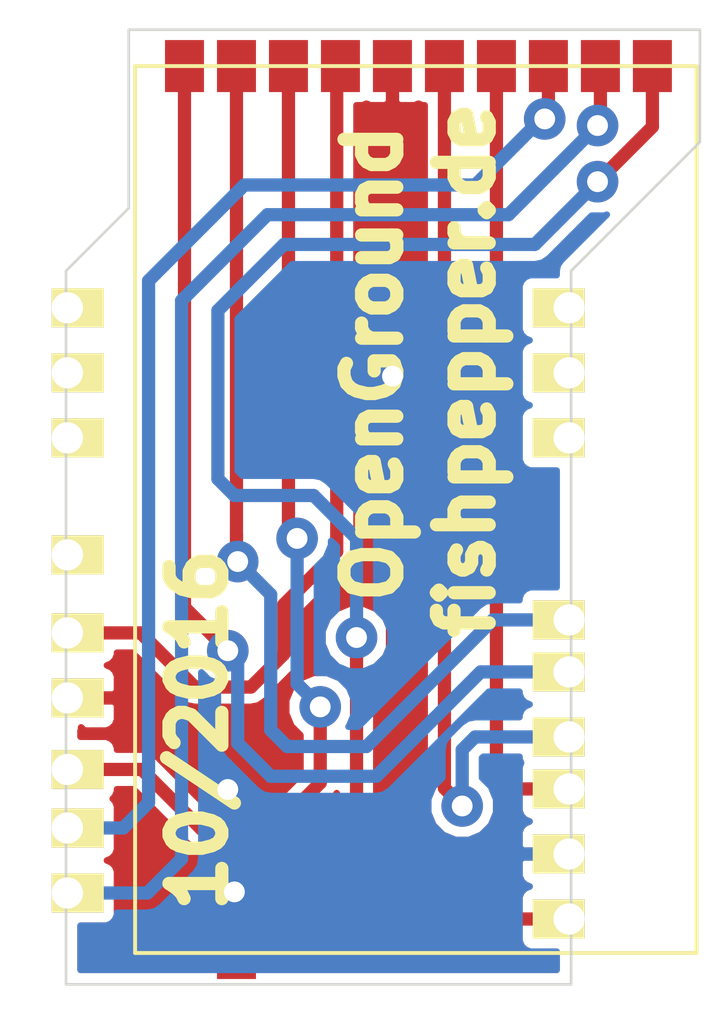
<source format=kicad_pcb>
(kicad_pcb (version 3) (host pcbnew "(2013-jul-07)-stable")

  (general
    (links 12)
    (no_connects 0)
    (area 85.598 41.656 113.96738 81.9312)
    (thickness 1.6)
    (drawings 12)
    (tracks 108)
    (zones 0)
    (modules 2)
    (nets 11)
  )

  (page A3)
  (layers
    (15 F.Cu signal)
    (0 B.Cu signal)
    (16 B.Adhes user)
    (17 F.Adhes user)
    (18 B.Paste user)
    (19 F.Paste user)
    (20 B.SilkS user)
    (21 F.SilkS user)
    (22 B.Mask user)
    (23 F.Mask user)
    (24 Dwgs.User user)
    (25 Cmts.User user)
    (26 Eco1.User user)
    (27 Eco2.User user)
    (28 Edge.Cuts user)
  )

  (setup
    (last_trace_width 0.508)
    (trace_clearance 0.254)
    (zone_clearance 0.381)
    (zone_45_only no)
    (trace_min 0.254)
    (segment_width 0.2)
    (edge_width 0.1)
    (via_size 1.6)
    (via_drill 0.8)
    (via_min_size 0.889)
    (via_min_drill 0.508)
    (uvia_size 0.508)
    (uvia_drill 0.127)
    (uvias_allowed no)
    (uvia_min_size 0.508)
    (uvia_min_drill 0.127)
    (pcb_text_width 0.3)
    (pcb_text_size 1.5 1.5)
    (mod_edge_width 0.15)
    (mod_text_size 1 1)
    (mod_text_width 0.15)
    (pad_size 2 1.5)
    (pad_drill 0)
    (pad_to_mask_clearance 0)
    (aux_axis_origin 0 0)
    (visible_elements FFFFFFBF)
    (pcbplotparams
      (layerselection 284196865)
      (usegerberextensions true)
      (excludeedgelayer true)
      (linewidth 0.150000)
      (plotframeref false)
      (viasonmask false)
      (mode 1)
      (useauxorigin false)
      (hpglpennumber 1)
      (hpglpenspeed 20)
      (hpglpendiameter 15)
      (hpglpenoverlay 2)
      (psnegative false)
      (psa4output false)
      (plotreference true)
      (plotvalue true)
      (plotothertext true)
      (plotinvisibletext false)
      (padsonsilk false)
      (subtractmaskfromsilk false)
      (outputformat 1)
      (mirror false)
      (drillshape 0)
      (scaleselection 1)
      (outputdirectory gerber/))
  )

  (net 0 "")
  (net 1 GND)
  (net 2 N-000001)
  (net 3 N-0000013)
  (net 4 N-0000017)
  (net 5 N-000002)
  (net 6 N-000003)
  (net 7 N-000004)
  (net 8 N-000005)
  (net 9 N-000007)
  (net 10 N-000008)

  (net_class Default "This is the default net class."
    (clearance 0.254)
    (trace_width 0.508)
    (via_dia 1.6)
    (via_drill 0.8)
    (uvia_dia 0.508)
    (uvia_drill 0.127)
    (add_net "")
    (add_net GND)
    (add_net N-000001)
    (add_net N-0000013)
    (add_net N-0000017)
    (add_net N-000002)
    (add_net N-000003)
    (add_net N-000004)
    (add_net N-000005)
    (add_net N-000007)
    (add_net N-000008)
  )

  (module FS-i6s_footprint (layer F.Cu) (tedit 57F4DC83) (tstamp 57F4E5C4)
    (at 97.8408 65.9892)
    (path /57F4E071)
    (fp_text reference U1 (at 0.762 15.113) (layer F.SilkS) hide
      (effects (font (size 1 1) (thickness 0.15)))
    )
    (fp_text value FS-I6S_FOOTPRINT (at -0.127 -14.859) (layer F.SilkS) hide
      (effects (font (size 1 1) (thickness 0.15)))
    )
    (fp_line (start -9.65 -13.5) (end -9.65 13.5) (layer Dwgs.User) (width 0.15))
    (fp_line (start 9.65 -13.5) (end 9.65 13.5) (layer Dwgs.User) (width 0.15))
    (fp_line (start -9.65 -13.5) (end 9.65 -13.5) (layer Dwgs.User) (width 0.15))
    (fp_line (start -9.65 13.5) (end 9.65 13.5) (layer Dwgs.User) (width 0.15))
    (pad 1 thru_hole rect (at -9.65 10) (size 2 1.5) (drill 1.2 (offset 0.4 0))
      (layers *.Cu *.Mask F.SilkS)
      (net 4 N-0000017)
    )
    (pad 2 thru_hole rect (at -9.65 7.5) (size 2 1.5) (drill 1.2 (offset 0.4 0))
      (layers *.Cu *.Mask F.SilkS)
      (net 8 N-000005)
    )
    (pad 3 thru_hole rect (at -9.65 5.25) (size 2 1.5) (drill 1.2 (offset 0.4 0))
      (layers *.Cu *.Mask F.SilkS)
      (net 2 N-000001)
    )
    (pad 4 thru_hole rect (at -9.65 2.5) (size 2 1.5) (drill 1.2 (offset 0.4 0))
      (layers *.Cu *.Mask F.SilkS)
      (net 1 GND)
    )
    (pad 5 thru_hole rect (at -9.65 0) (size 2 1.5) (drill 1.2 (offset 0.4 0))
      (layers *.Cu *.Mask F.SilkS)
      (net 5 N-000002)
    )
    (pad 6 thru_hole rect (at -9.65 -3) (size 2 1.5) (drill 1.2 (offset 0.4 0))
      (layers *.Cu *.Mask F.SilkS)
    )
    (pad 8 thru_hole rect (at -9.65 -10) (size 2 1.5) (drill 1.2 (offset 0.4 0))
      (layers *.Cu *.Mask F.SilkS)
    )
    (pad 9 thru_hole rect (at -9.65 -12.5) (size 2 1.5) (drill 1.2 (offset 0.4 0))
      (layers *.Cu *.Mask F.SilkS)
    )
    (pad 7 thru_hole rect (at -9.65 -7.5) (size 2 1.5) (drill 1.2 (offset 0.4 0))
      (layers *.Cu *.Mask F.SilkS)
    )
    (pad 10 thru_hole rect (at 9.65 -12.5 180) (size 2 1.5) (drill 1.2 (offset 0.4 0))
      (layers *.Cu *.Mask F.SilkS)
    )
    (pad 11 thru_hole rect (at 9.65 -10 180) (size 2 1.5) (drill 1.2 (offset 0.4 0))
      (layers *.Cu *.Mask F.SilkS)
    )
    (pad 12 thru_hole rect (at 9.65 -7.5 180) (size 2 1.5) (drill 1.2 (offset 0.4 0))
      (layers *.Cu *.Mask F.SilkS)
    )
    (pad 13 thru_hole rect (at 9.65 -0.5 180) (size 2 1.5) (drill 1.2 (offset 0.4 0))
      (layers *.Cu *.Mask F.SilkS)
      (net 10 N-000008)
    )
    (pad 14 thru_hole rect (at 9.65 1.5 180) (size 2 1.5) (drill 1.2 (offset 0.4 0))
      (layers *.Cu *.Mask F.SilkS)
      (net 9 N-000007)
    )
    (pad 15 thru_hole rect (at 9.65 4 180) (size 2 1.5) (drill 1.2 (offset 0.4 0))
      (layers *.Cu *.Mask F.SilkS)
      (net 6 N-000003)
    )
    (pad 16 thru_hole rect (at 9.65 6 180) (size 2 1.5) (drill 1.2 (offset 0.4 0))
      (layers *.Cu *.Mask F.SilkS)
      (net 7 N-000004)
    )
    (pad 17 thru_hole rect (at 9.65 8.5 180) (size 2 1.5) (drill 1.2 (offset 0.4 0))
      (layers *.Cu *.Mask F.SilkS)
      (net 1 GND)
    )
    (pad 18 thru_hole rect (at 9.65 11 180) (size 2 1.5) (drill 1.2 (offset 0.4 0))
      (layers *.Cu *.Mask F.SilkS)
      (net 3 N-0000013)
    )
  )

  (module CC2500_footprint (layer F.Cu) (tedit 57F4E8DD) (tstamp 57F4EE84)
    (at 112.395 44.196 180)
    (path /57F4E080)
    (fp_text reference U2 (at 10.668 -36.322 180) (layer F.SilkS) hide
      (effects (font (size 1 1) (thickness 0.15)))
    )
    (fp_text value CC2500_FOOTPRINT (at 10.922 -32.512 180) (layer F.SilkS) hide
      (effects (font (size 1 1) (thickness 0.15)))
    )
    (fp_line (start 0 0) (end 21.6 0) (layer F.SilkS) (width 0.15))
    (fp_line (start 21.6 0) (end 21.6 -34.1) (layer F.SilkS) (width 0.15))
    (fp_line (start 0 -34.1) (end 21.6 -34.1) (layer F.SilkS) (width 0.15))
    (fp_line (start 0 0) (end 0 -34.1) (layer F.SilkS) (width 0.15))
    (pad 1 smd rect (at 1.7 0 270) (size 2 1.5)
      (layers F.Cu F.Paste F.Mask)
      (net 3 N-0000013)
    )
    (pad 2 smd rect (at 3.7 0 270) (size 2 1.5)
      (layers F.Cu F.Paste F.Mask)
      (net 4 N-0000017)
    )
    (pad 3 smd rect (at 5.7 0 270) (size 2 1.5)
      (layers F.Cu F.Paste F.Mask)
      (net 8 N-000005)
    )
    (pad 4 smd rect (at 7.7 0 270) (size 2 1.5)
      (layers F.Cu F.Paste F.Mask)
      (net 7 N-000004)
    )
    (pad 5 smd rect (at 9.7 0 270) (size 2 1.5)
      (layers F.Cu F.Paste F.Mask)
      (net 6 N-000003)
    )
    (pad 6 smd rect (at 11.7 0 270) (size 2 1.5)
      (layers F.Cu F.Paste F.Mask)
      (net 1 GND)
    )
    (pad 7 smd rect (at 13.7 0 270) (size 2 1.5)
      (layers F.Cu F.Paste F.Mask)
      (net 5 N-000002)
    )
    (pad 8 smd rect (at 15.7 0 270) (size 2 1.5)
      (layers F.Cu F.Paste F.Mask)
      (net 2 N-000001)
    )
    (pad 9 smd rect (at 17.7 0 270) (size 2 1.5)
      (layers F.Cu F.Paste F.Mask)
      (net 10 N-000008)
    )
    (pad 10 smd rect (at 19.7 0 270) (size 2 1.5)
      (layers F.Cu F.Paste F.Mask)
      (net 9 N-000007)
    )
    (pad 11 smd rect (at 17.7 -34.1 270) (size 2 1.5)
      (layers F.Cu F.Paste F.Mask)
      (net 1 GND)
    )
  )

  (gr_text 10/2016 (at 93.218 69.723 90) (layer F.SilkS)
    (effects (font (size 2.032 2.032) (thickness 0.508)))
  )
  (gr_text fishpepper.de (at 103.505 55.88 90) (layer F.SilkS)
    (effects (font (size 2.032 2.032) (thickness 0.508)))
  )
  (gr_line (start 90.551 49.657) (end 90.551 42.799) (angle 90) (layer Edge.Cuts) (width 0.1))
  (gr_line (start 88.138 52.07) (end 90.551 49.657) (angle 90) (layer Edge.Cuts) (width 0.1))
  (gr_line (start 88.138 79.502) (end 88.138 52.07) (angle 90) (layer Edge.Cuts) (width 0.1))
  (gr_line (start 107.569 79.502) (end 88.138 79.502) (angle 90) (layer Edge.Cuts) (width 0.1))
  (gr_line (start 107.569 78.74) (end 107.569 79.502) (angle 90) (layer Edge.Cuts) (width 0.1))
  (gr_line (start 107.569 52.07) (end 107.569 78.74) (angle 90) (layer Edge.Cuts) (width 0.1))
  (gr_line (start 112.522 47.117) (end 107.569 52.07) (angle 90) (layer Edge.Cuts) (width 0.1))
  (gr_line (start 112.522 42.799) (end 112.522 47.117) (angle 90) (layer Edge.Cuts) (width 0.1))
  (gr_line (start 90.551 42.799) (end 112.522 42.799) (angle 90) (layer Edge.Cuts) (width 0.1))
  (gr_text OpenGround (at 99.949 55.626 90) (layer F.SilkS)
    (effects (font (size 2.032 2.032) (thickness 0.508)))
  )

  (segment (start 100.695 54.61) (end 100.695 56.118) (width 0.508) (layer F.Cu) (net 1))
  (segment (start 100.711 56.261) (end 100.584 56.388) (width 0.508) (layer B.Cu) (net 1) (tstamp 57F4EF14))
  (segment (start 100.711 56.134) (end 100.711 56.261) (width 0.508) (layer B.Cu) (net 1) (tstamp 57F4EF13))
  (segment (start 100.695 56.118) (end 100.711 56.134) (width 0.508) (layer B.Cu) (net 1) (tstamp 57F4EF12))
  (via (at 100.695 56.118) (size 1.6) (layers F.Cu B.Cu) (net 1))
  (segment (start 107.4908 74.4892) (end 96.0718 74.4892) (width 0.508) (layer B.Cu) (net 1))
  (segment (start 96.0718 74.4892) (end 94.615 75.946) (width 0.508) (layer B.Cu) (net 1) (tstamp 57F4ED69))
  (segment (start 94.615 75.184) (end 94.615 75.946) (width 0.508) (layer B.Cu) (net 1))
  (segment (start 88.1908 68.4892) (end 91.0952 68.4892) (width 0.508) (layer F.Cu) (net 1))
  (segment (start 94.615 72.263) (end 94.615 75.184) (width 0.508) (layer B.Cu) (net 1) (tstamp 57F4ED4C))
  (segment (start 94.361 72.009) (end 94.615 72.263) (width 0.508) (layer B.Cu) (net 1) (tstamp 57F4ED4B))
  (via (at 94.361 72.009) (size 1.6) (layers F.Cu B.Cu) (net 1))
  (segment (start 94.361 71.755) (end 94.361 72.009) (width 0.508) (layer F.Cu) (net 1) (tstamp 57F4ED40))
  (segment (start 91.0952 68.4892) (end 94.361 71.755) (width 0.508) (layer F.Cu) (net 1) (tstamp 57F4ED3F))
  (segment (start 94.695 76.026) (end 94.695 78.296) (width 0.508) (layer F.Cu) (net 1) (tstamp 57F4ED66))
  (via (at 94.615 75.946) (size 1.6) (layers F.Cu B.Cu) (net 1))
  (segment (start 94.615 75.946) (end 94.695 76.026) (width 0.508) (layer F.Cu) (net 1) (tstamp 57F4ED65))
  (segment (start 100.695 44.196) (end 100.695 54.61) (width 0.508) (layer F.Cu) (net 1))
  (segment (start 100.695 54.61) (end 100.695 72.628) (width 0.508) (layer F.Cu) (net 1) (tstamp 57F4EF0E))
  (segment (start 102.5562 74.4892) (end 107.4908 74.4892) (width 0.508) (layer F.Cu) (net 1) (tstamp 57F4EA44))
  (segment (start 100.695 72.628) (end 102.5562 74.4892) (width 0.508) (layer F.Cu) (net 1) (tstamp 57F4EA3A))
  (segment (start 88.1908 71.2392) (end 91.0512 71.2392) (width 0.508) (layer F.Cu) (net 2))
  (segment (start 96.695 62.024) (end 96.695 44.196) (width 0.508) (layer F.Cu) (net 2) (tstamp 57F4ED5D))
  (segment (start 97.028 62.357) (end 96.695 62.024) (width 0.508) (layer F.Cu) (net 2) (tstamp 57F4ED5C))
  (via (at 97.028 62.357) (size 1.6) (layers F.Cu B.Cu) (net 2))
  (segment (start 97.028 67.945) (end 97.028 62.357) (width 0.508) (layer B.Cu) (net 2) (tstamp 57F4ED58))
  (segment (start 97.917 68.834) (end 97.028 67.945) (width 0.508) (layer B.Cu) (net 2) (tstamp 57F4ED57))
  (via (at 97.917 68.834) (size 1.6) (layers F.Cu B.Cu) (net 2))
  (segment (start 97.917 71.755) (end 97.917 68.834) (width 0.508) (layer F.Cu) (net 2) (tstamp 57F4ED54))
  (segment (start 96.139 73.533) (end 97.917 71.755) (width 0.508) (layer F.Cu) (net 2) (tstamp 57F4ED53))
  (segment (start 93.345 73.533) (end 96.139 73.533) (width 0.508) (layer F.Cu) (net 2) (tstamp 57F4ED51))
  (segment (start 91.0512 71.2392) (end 93.345 73.533) (width 0.508) (layer F.Cu) (net 2) (tstamp 57F4ED4F))
  (segment (start 110.695 44.196) (end 110.695 46.531) (width 0.508) (layer F.Cu) (net 3))
  (via (at 99.314 66.167) (size 1.6) (layers F.Cu B.Cu) (net 3))
  (segment (start 99.314 66.167) (end 99.314 73.025) (width 0.508) (layer F.Cu) (net 3) (tstamp 57F4EB6C))
  (segment (start 99.314 73.025) (end 103.2782 76.9892) (width 0.508) (layer F.Cu) (net 3) (tstamp 57F4EB6D))
  (segment (start 103.2782 76.9892) (end 107.4908 76.9892) (width 0.508) (layer F.Cu) (net 3) (tstamp 57F4EB6E))
  (segment (start 99.314 62.357) (end 99.314 66.167) (width 0.508) (layer B.Cu) (net 3) (tstamp 57F4EF09))
  (segment (start 97.663 60.706) (end 99.314 62.357) (width 0.508) (layer B.Cu) (net 3) (tstamp 57F4EF08))
  (segment (start 94.615 60.706) (end 97.663 60.706) (width 0.508) (layer B.Cu) (net 3) (tstamp 57F4EF07))
  (segment (start 93.98 60.071) (end 94.615 60.706) (width 0.508) (layer B.Cu) (net 3) (tstamp 57F4EF06))
  (segment (start 93.98 53.594) (end 93.98 60.071) (width 0.508) (layer B.Cu) (net 3) (tstamp 57F4EF01))
  (segment (start 96.52 51.054) (end 93.98 53.594) (width 0.508) (layer B.Cu) (net 3) (tstamp 57F4EF00))
  (segment (start 106.172 51.054) (end 96.52 51.054) (width 0.508) (layer B.Cu) (net 3) (tstamp 57F4EEFE))
  (segment (start 108.585 48.641) (end 106.172 51.054) (width 0.508) (layer B.Cu) (net 3) (tstamp 57F4EEFD))
  (via (at 108.585 48.641) (size 1.6) (layers F.Cu B.Cu) (net 3))
  (segment (start 110.695 46.531) (end 108.585 48.641) (width 0.508) (layer F.Cu) (net 3) (tstamp 57F4EEF6))
  (segment (start 108.695 44.196) (end 108.695 46.372) (width 0.508) (layer F.Cu) (net 4))
  (segment (start 91.2698 75.9892) (end 88.1908 75.9892) (width 0.508) (layer B.Cu) (net 4) (tstamp 57F4EDA4))
  (segment (start 92.583 74.676) (end 91.2698 75.9892) (width 0.508) (layer B.Cu) (net 4) (tstamp 57F4EDA3))
  (segment (start 92.583 53.213) (end 92.583 74.676) (width 0.508) (layer B.Cu) (net 4) (tstamp 57F4EDA0))
  (segment (start 95.885 49.911) (end 92.583 53.213) (width 0.508) (layer B.Cu) (net 4) (tstamp 57F4ED9D))
  (segment (start 105.156 49.911) (end 95.885 49.911) (width 0.508) (layer B.Cu) (net 4) (tstamp 57F4ED9B))
  (segment (start 108.585 46.482) (end 105.156 49.911) (width 0.508) (layer B.Cu) (net 4) (tstamp 57F4ED9A))
  (via (at 108.585 46.482) (size 1.6) (layers F.Cu B.Cu) (net 4))
  (segment (start 108.695 46.372) (end 108.585 46.482) (width 0.508) (layer F.Cu) (net 4) (tstamp 57F4ED98))
  (segment (start 88.1908 65.9892) (end 91.0082 65.9892) (width 0.508) (layer F.Cu) (net 5))
  (segment (start 98.552 44.339) (end 98.695 44.196) (width 0.508) (layer F.Cu) (net 5) (tstamp 57F4F000))
  (segment (start 98.552 62.865) (end 98.552 44.339) (width 0.508) (layer F.Cu) (net 5) (tstamp 57F4EFFF))
  (segment (start 96.52 64.897) (end 98.552 62.865) (width 0.508) (layer F.Cu) (net 5) (tstamp 57F4EFFE))
  (segment (start 96.52 66.802) (end 96.52 64.897) (width 0.508) (layer F.Cu) (net 5) (tstamp 57F4EFFD))
  (segment (start 95.25 68.072) (end 96.52 66.802) (width 0.508) (layer F.Cu) (net 5) (tstamp 57F4EFFC))
  (segment (start 93.091 68.072) (end 95.25 68.072) (width 0.508) (layer F.Cu) (net 5) (tstamp 57F4EFFA))
  (segment (start 91.0082 65.9892) (end 93.091 68.072) (width 0.508) (layer F.Cu) (net 5) (tstamp 57F4EFF6))
  (segment (start 102.695 44.196) (end 102.695 71.961) (width 0.508) (layer F.Cu) (net 6))
  (segment (start 103.8738 69.9892) (end 107.4908 69.9892) (width 0.508) (layer B.Cu) (net 6) (tstamp 57F4EC10))
  (segment (start 103.378 70.485) (end 103.8738 69.9892) (width 0.508) (layer B.Cu) (net 6) (tstamp 57F4EC0F))
  (segment (start 103.378 72.644) (end 103.378 70.485) (width 0.508) (layer B.Cu) (net 6) (tstamp 57F4EC0E))
  (via (at 103.378 72.644) (size 1.6) (layers F.Cu B.Cu) (net 6))
  (segment (start 102.695 71.961) (end 103.378 72.644) (width 0.508) (layer F.Cu) (net 6) (tstamp 57F4EC09))
  (segment (start 104.695 44.196) (end 104.695 71.167) (width 0.508) (layer F.Cu) (net 7))
  (segment (start 105.5172 71.9892) (end 107.4908 71.9892) (width 0.508) (layer F.Cu) (net 7) (tstamp 57F4EC06))
  (segment (start 104.695 71.167) (end 105.5172 71.9892) (width 0.508) (layer F.Cu) (net 7) (tstamp 57F4EC03))
  (segment (start 106.695 45.959) (end 106.695 46.086) (width 0.508) (layer F.Cu) (net 8))
  (via (at 106.553 46.228) (size 1.6) (layers F.Cu B.Cu) (net 8))
  (segment (start 106.695 46.086) (end 106.553 46.228) (width 0.508) (layer F.Cu) (net 8) (tstamp 57F4ED83))
  (segment (start 106.553 46.228) (end 106.4895 46.1645) (width 0.508) (layer B.Cu) (net 8) (tstamp 57F4ED89))
  (segment (start 106.4895 46.1645) (end 106.553 46.228) (width 0.508) (layer B.Cu) (net 8) (tstamp 57F4ED8A))
  (segment (start 106.553 46.228) (end 106.553 46.101) (width 0.508) (layer B.Cu) (net 8) (tstamp 57F4ED8C))
  (segment (start 106.695 44.196) (end 106.695 45.959) (width 0.508) (layer F.Cu) (net 8))
  (segment (start 90.3408 73.4892) (end 88.1908 73.4892) (width 0.508) (layer B.Cu) (net 8) (tstamp 57F4EA7C))
  (segment (start 91.313 72.517) (end 90.3408 73.4892) (width 0.508) (layer B.Cu) (net 8) (tstamp 57F4EA7B))
  (segment (start 91.313 52.451) (end 91.313 72.517) (width 0.508) (layer B.Cu) (net 8) (tstamp 57F4EA75))
  (segment (start 94.996 48.768) (end 91.313 52.451) (width 0.508) (layer B.Cu) (net 8) (tstamp 57F4EA72))
  (segment (start 103.886 48.768) (end 94.996 48.768) (width 0.508) (layer B.Cu) (net 8) (tstamp 57F4EA70))
  (segment (start 106.68 45.974) (end 106.553 46.101) (width 0.508) (layer B.Cu) (net 8) (tstamp 57F4EA6F))
  (segment (start 106.553 46.101) (end 103.886 48.768) (width 0.508) (layer B.Cu) (net 8) (tstamp 57F4ED8D))
  (segment (start 106.695 45.959) (end 106.68 45.974) (width 0.508) (layer F.Cu) (net 8) (tstamp 57F4EA6C))
  (segment (start 107.4908 67.4892) (end 104.0878 67.4892) (width 0.508) (layer B.Cu) (net 9))
  (segment (start 92.695 65.009) (end 92.695 44.196) (width 0.508) (layer F.Cu) (net 9) (tstamp 57F4EF8D))
  (segment (start 94.361 66.675) (end 92.695 65.009) (width 0.508) (layer F.Cu) (net 9) (tstamp 57F4EF8C))
  (via (at 94.361 66.675) (size 1.6) (layers F.Cu B.Cu) (net 9))
  (segment (start 94.742 67.056) (end 94.361 66.675) (width 0.508) (layer B.Cu) (net 9) (tstamp 57F4EF85))
  (segment (start 94.742 70.231) (end 94.742 67.056) (width 0.508) (layer B.Cu) (net 9) (tstamp 57F4EF7C))
  (segment (start 96.012 71.501) (end 94.742 70.231) (width 0.508) (layer B.Cu) (net 9) (tstamp 57F4EF7B))
  (segment (start 100.076 71.501) (end 96.012 71.501) (width 0.508) (layer B.Cu) (net 9) (tstamp 57F4EF79))
  (segment (start 104.0878 67.4892) (end 100.076 71.501) (width 0.508) (layer B.Cu) (net 9) (tstamp 57F4EF71))
  (segment (start 94.695 62.23) (end 94.695 63.199) (width 0.508) (layer F.Cu) (net 10))
  (via (at 94.742 63.246) (size 1.6) (layers F.Cu B.Cu) (net 10))
  (segment (start 94.742 63.246) (end 96.012 64.516) (width 0.508) (layer B.Cu) (net 10) (tstamp 57F4EF97))
  (segment (start 96.012 64.516) (end 96.012 69.723) (width 0.508) (layer B.Cu) (net 10) (tstamp 57F4EF98))
  (segment (start 96.012 69.723) (end 96.647 70.358) (width 0.508) (layer B.Cu) (net 10) (tstamp 57F4EF99))
  (segment (start 96.647 70.358) (end 99.695 70.358) (width 0.508) (layer B.Cu) (net 10) (tstamp 57F4EF9A))
  (segment (start 99.695 70.358) (end 104.5638 65.4892) (width 0.508) (layer B.Cu) (net 10) (tstamp 57F4EF9C))
  (segment (start 104.5638 65.4892) (end 107.4908 65.4892) (width 0.508) (layer B.Cu) (net 10) (tstamp 57F4EF9F))
  (segment (start 94.695 63.199) (end 94.742 63.246) (width 0.508) (layer F.Cu) (net 10) (tstamp 57F4EFC3))
  (segment (start 94.695 44.196) (end 94.695 62.23) (width 0.508) (layer F.Cu) (net 10))
  (segment (start 94.695 62.23) (end 94.695 62.31) (width 0.508) (layer F.Cu) (net 10) (tstamp 57F4EFC1))

  (zone (net 1) (net_name GND) (layer F.Cu) (tstamp 57F4EE86) (hatch edge 0.508)
    (connect_pads (clearance 0.381))
    (min_thickness 0.254)
    (fill (arc_segments 16) (thermal_gap 0.381) (thermal_bridge_width 0.508))
    (polygon
      (pts
        (xy 85.598 41.783) (xy 113.03 41.783) (xy 112.903 81.026) (xy 86.233 80.645)
      )
    )
    (filled_polygon
      (pts
        (xy 107.011 74.6362) (xy 106.9638 74.6362) (xy 106.9638 74.6162) (xy 105.7098 74.6162) (xy 105.5828 74.7432)
        (xy 105.582712 75.138596) (xy 105.582888 75.340691) (xy 105.66039 75.527335) (xy 105.803417 75.670113) (xy 105.970621 75.7392)
        (xy 105.803417 75.808287) (xy 105.66039 75.951065) (xy 105.582888 76.137709) (xy 105.58281 76.2272) (xy 103.59383 76.2272)
        (xy 100.076 72.709369) (xy 100.076 67.254507) (xy 100.422222 66.90889) (xy 100.621772 66.428319) (xy 100.622226 65.907964)
        (xy 100.423515 65.427046) (xy 100.05589 65.058778) (xy 99.575319 64.859228) (xy 99.054964 64.858774) (xy 98.574046 65.057485)
        (xy 98.205778 65.42511) (xy 98.006228 65.905681) (xy 98.005774 66.426036) (xy 98.204485 66.906954) (xy 98.552 67.255076)
        (xy 98.552 67.681393) (xy 98.178319 67.526228) (xy 97.657964 67.525774) (xy 97.177046 67.724485) (xy 96.808778 68.09211)
        (xy 96.609228 68.572681) (xy 96.608774 69.093036) (xy 96.807485 69.573954) (xy 97.155 69.922076) (xy 97.155 71.439369)
        (xy 95.823369 72.771) (xy 93.66063 72.771) (xy 91.590015 70.700385) (xy 91.342805 70.535204) (xy 91.0512 70.4772)
        (xy 90.098888 70.4772) (xy 90.098888 70.388596) (xy 90.021713 70.201817) (xy 89.878935 70.05879) (xy 89.692291 69.981288)
        (xy 89.490196 69.981112) (xy 88.696 69.981112) (xy 88.696 69.7472) (xy 88.717802 69.7472) (xy 88.717802 69.620202)
        (xy 88.8448 69.7472) (xy 89.691404 69.747288) (xy 89.878183 69.670113) (xy 90.02121 69.527335) (xy 90.098712 69.340691)
        (xy 90.098888 69.138596) (xy 90.0988 68.7432) (xy 89.9718 68.6162) (xy 88.7178 68.6162) (xy 88.7178 68.6362)
        (xy 88.696 68.6362) (xy 88.696 68.3422) (xy 88.7178 68.3422) (xy 88.7178 68.3622) (xy 89.9718 68.3622)
        (xy 90.0988 68.2352) (xy 90.098888 67.839804) (xy 90.098712 67.637709) (xy 90.02121 67.451065) (xy 89.878183 67.308287)
        (xy 89.710978 67.2392) (xy 89.878183 67.170113) (xy 90.02121 67.027335) (xy 90.098712 66.840691) (xy 90.098789 66.7512)
        (xy 90.69257 66.7512) (xy 92.552185 68.610815) (xy 92.799395 68.775996) (xy 92.799396 68.775996) (xy 93.091 68.834)
        (xy 95.25 68.834) (xy 95.25 68.833999) (xy 95.541604 68.775996) (xy 95.541605 68.775996) (xy 95.788815 68.610815)
        (xy 97.058815 67.340816) (xy 97.058815 67.340815) (xy 97.223996 67.093605) (xy 97.281999 66.802) (xy 97.282 66.802)
        (xy 97.282 65.21263) (xy 99.090815 63.403816) (xy 99.090815 63.403815) (xy 99.255996 63.156605) (xy 99.313999 62.865001)
        (xy 99.314 62.865) (xy 99.314 45.704088) (xy 99.545604 45.704088) (xy 99.695137 45.642302) (xy 99.843509 45.703912)
        (xy 100.045604 45.704088) (xy 100.441 45.704) (xy 100.568 45.577) (xy 100.568 44.323) (xy 100.548 44.323)
        (xy 100.548 44.069) (xy 100.568 44.069) (xy 100.568 44.049) (xy 100.822 44.049) (xy 100.822 44.069)
        (xy 100.842 44.069) (xy 100.842 44.323) (xy 100.822 44.323) (xy 100.822 45.577) (xy 100.949 45.704)
        (xy 101.344396 45.704088) (xy 101.546491 45.703912) (xy 101.695 45.642245) (xy 101.843509 45.703912) (xy 101.933 45.703989)
        (xy 101.933 71.961) (xy 101.991004 72.252605) (xy 102.073175 72.375582) (xy 102.070228 72.382681) (xy 102.069774 72.903036)
        (xy 102.268485 73.383954) (xy 102.63611 73.752222) (xy 103.116681 73.951772) (xy 103.637036 73.952226) (xy 104.117954 73.753515)
        (xy 104.486222 73.38589) (xy 104.685772 72.905319) (xy 104.686226 72.384964) (xy 104.581234 72.130865) (xy 104.978384 72.528015)
        (xy 104.978385 72.528015) (xy 105.225595 72.693196) (xy 105.5172 72.7512) (xy 105.582712 72.7512) (xy 105.582712 72.839804)
        (xy 105.659887 73.026583) (xy 105.802665 73.16961) (xy 105.970437 73.239275) (xy 105.803417 73.308287) (xy 105.66039 73.451065)
        (xy 105.582888 73.637709) (xy 105.582712 73.839804) (xy 105.5828 74.2352) (xy 105.7098 74.3622) (xy 106.9638 74.3622)
        (xy 106.9638 74.3422) (xy 107.011 74.3422) (xy 107.011 74.6362)
      )
    )
    (filled_polygon
      (pts
        (xy 107.011 78.944) (xy 95.953088 78.944) (xy 95.953088 77.195396) (xy 95.875913 77.008617) (xy 95.733135 76.86559)
        (xy 95.546491 76.788088) (xy 95.344396 76.787912) (xy 94.949 76.788) (xy 94.822 76.915) (xy 94.822 78.169)
        (xy 95.826 78.169) (xy 95.953 78.042) (xy 95.953088 77.195396) (xy 95.953088 78.944) (xy 95.95304 78.944)
        (xy 95.953 78.55) (xy 95.826 78.423) (xy 94.822 78.423) (xy 94.822 78.443) (xy 94.568 78.443)
        (xy 94.568 78.423) (xy 94.568 78.169) (xy 94.568 76.915) (xy 94.441 76.788) (xy 94.045604 76.787912)
        (xy 93.843509 76.788088) (xy 93.656865 76.86559) (xy 93.514087 77.008617) (xy 93.436912 77.195396) (xy 93.437 78.042)
        (xy 93.564 78.169) (xy 94.568 78.169) (xy 94.568 78.423) (xy 93.564 78.423) (xy 93.437 78.55)
        (xy 93.436959 78.944) (xy 88.696 78.944) (xy 88.696 77.247288) (xy 89.691404 77.247288) (xy 89.878183 77.170113)
        (xy 90.02121 77.027335) (xy 90.098712 76.840691) (xy 90.098888 76.638596) (xy 90.098888 75.138596) (xy 90.021713 74.951817)
        (xy 89.878935 74.80879) (xy 89.711162 74.739124) (xy 89.878183 74.670113) (xy 90.02121 74.527335) (xy 90.098712 74.340691)
        (xy 90.098888 74.138596) (xy 90.098888 72.638596) (xy 90.021713 72.451817) (xy 89.934221 72.364172) (xy 90.02121 72.277335)
        (xy 90.098712 72.090691) (xy 90.098789 72.0012) (xy 90.73557 72.0012) (xy 92.806185 74.071815) (xy 93.053395 74.236996)
        (xy 93.345 74.295) (xy 96.139 74.295) (xy 96.139 74.294999) (xy 96.430604 74.236996) (xy 96.430605 74.236996)
        (xy 96.677815 74.071815) (xy 98.455815 72.293816) (xy 98.455815 72.293815) (xy 98.552 72.149864) (xy 98.552 73.025)
        (xy 98.610004 73.316605) (xy 98.775185 73.563815) (xy 102.739384 77.528015) (xy 102.739385 77.528015) (xy 102.986595 77.693196)
        (xy 103.2782 77.7512) (xy 105.582712 77.7512) (xy 105.582712 77.839804) (xy 105.659887 78.026583) (xy 105.802665 78.16961)
        (xy 105.989309 78.247112) (xy 106.191404 78.247288) (xy 107.011 78.247288) (xy 107.011 78.74) (xy 107.011 78.944)
      )
    )
  )
  (zone (net 1) (net_name GND) (layer B.Cu) (tstamp 57F4EE91) (hatch edge 0.508)
    (connect_pads (clearance 0.381))
    (min_thickness 0.254)
    (fill (arc_segments 16) (thermal_gap 0.381) (thermal_bridge_width 0.508))
    (polygon
      (pts
        (xy 85.598 41.91) (xy 113.411 41.656) (xy 112.903 80.772) (xy 86.36 80.899)
      )
    )
    (filled_polygon
      (pts
        (xy 107.011 78.944) (xy 88.696 78.944) (xy 88.696 77.247288) (xy 89.691404 77.247288) (xy 89.878183 77.170113)
        (xy 90.02121 77.027335) (xy 90.098712 76.840691) (xy 90.098789 76.7512) (xy 91.2698 76.7512) (xy 91.2698 76.751199)
        (xy 91.561404 76.693196) (xy 91.561405 76.693196) (xy 91.808615 76.528015) (xy 93.121815 75.214816) (xy 93.121815 75.214815)
        (xy 93.286996 74.967605) (xy 93.344999 74.676) (xy 93.345 74.676) (xy 93.345 67.508632) (xy 93.61911 67.783222)
        (xy 93.98 67.933076) (xy 93.98 70.231) (xy 94.038004 70.522605) (xy 94.203185 70.769815) (xy 95.473184 72.039815)
        (xy 95.473185 72.039815) (xy 95.720395 72.204996) (xy 96.012 72.263) (xy 100.076 72.263) (xy 100.076 72.262999)
        (xy 100.367604 72.204996) (xy 100.367605 72.204996) (xy 100.614815 72.039815) (xy 104.40343 68.2512) (xy 105.582712 68.2512)
        (xy 105.582712 68.339804) (xy 105.659887 68.526583) (xy 105.802665 68.66961) (xy 105.970437 68.739275) (xy 105.803417 68.808287)
        (xy 105.66039 68.951065) (xy 105.582888 69.137709) (xy 105.58281 69.2272) (xy 103.8738 69.2272) (xy 103.582195 69.285204)
        (xy 103.334985 69.450385) (xy 102.839185 69.946185) (xy 102.674004 70.193395) (xy 102.616 70.485) (xy 102.616 71.556492)
        (xy 102.269778 71.90211) (xy 102.070228 72.382681) (xy 102.069774 72.903036) (xy 102.268485 73.383954) (xy 102.63611 73.752222)
        (xy 103.116681 73.951772) (xy 103.637036 73.952226) (xy 104.117954 73.753515) (xy 104.486222 73.38589) (xy 104.685772 72.905319)
        (xy 104.686226 72.384964) (xy 104.487515 71.904046) (xy 104.14 71.555923) (xy 104.14 70.80063) (xy 104.18943 70.7512)
        (xy 105.582712 70.7512) (xy 105.582712 70.839804) (xy 105.644497 70.989337) (xy 105.582888 71.137709) (xy 105.582712 71.339804)
        (xy 105.582712 72.839804) (xy 105.659887 73.026583) (xy 105.802665 73.16961) (xy 105.970437 73.239275) (xy 105.803417 73.308287)
        (xy 105.66039 73.451065) (xy 105.582888 73.637709) (xy 105.582712 73.839804) (xy 105.5828 74.2352) (xy 105.7098 74.3622)
        (xy 106.9638 74.3622) (xy 106.9638 74.3422) (xy 107.011 74.3422) (xy 107.011 74.6362) (xy 106.9638 74.6362)
        (xy 106.9638 74.6162) (xy 105.7098 74.6162) (xy 105.5828 74.7432) (xy 105.582712 75.138596) (xy 105.582888 75.340691)
        (xy 105.66039 75.527335) (xy 105.803417 75.670113) (xy 105.970621 75.7392) (xy 105.803417 75.808287) (xy 105.66039 75.951065)
        (xy 105.582888 76.137709) (xy 105.582712 76.339804) (xy 105.582712 77.839804) (xy 105.659887 78.026583) (xy 105.802665 78.16961)
        (xy 105.989309 78.247112) (xy 106.191404 78.247288) (xy 107.011 78.247288) (xy 107.011 78.74) (xy 107.011 78.944)
      )
    )
    (filled_polygon
      (pts
        (xy 108.9405 49.909367) (xy 107.174434 51.675434) (xy 107.053475 51.856462) (xy 107.010999 52.07) (xy 107.011 52.070005)
        (xy 107.011 52.231112) (xy 105.990196 52.231112) (xy 105.803417 52.308287) (xy 105.66039 52.451065) (xy 105.582888 52.637709)
        (xy 105.582712 52.839804) (xy 105.582712 54.339804) (xy 105.659887 54.526583) (xy 105.802665 54.66961) (xy 105.970437 54.739275)
        (xy 105.803417 54.808287) (xy 105.66039 54.951065) (xy 105.582888 55.137709) (xy 105.582712 55.339804) (xy 105.582712 56.839804)
        (xy 105.659887 57.026583) (xy 105.802665 57.16961) (xy 105.970437 57.239275) (xy 105.803417 57.308287) (xy 105.66039 57.451065)
        (xy 105.582888 57.637709) (xy 105.582712 57.839804) (xy 105.582712 59.339804) (xy 105.659887 59.526583) (xy 105.802665 59.66961)
        (xy 105.989309 59.747112) (xy 106.191404 59.747288) (xy 107.011 59.747288) (xy 107.011 64.231112) (xy 105.990196 64.231112)
        (xy 105.803417 64.308287) (xy 105.66039 64.451065) (xy 105.582888 64.637709) (xy 105.58281 64.7272) (xy 104.5638 64.7272)
        (xy 104.272195 64.785204) (xy 104.024984 64.950385) (xy 99.379369 69.596) (xy 99.005076 69.596) (xy 99.025222 69.57589)
        (xy 99.224772 69.095319) (xy 99.225226 68.574964) (xy 99.026515 68.094046) (xy 98.65889 67.725778) (xy 98.178319 67.526228)
        (xy 97.79 67.525889) (xy 97.79 63.444507) (xy 98.136222 63.09889) (xy 98.335772 62.618319) (xy 98.335913 62.456543)
        (xy 98.552 62.67263) (xy 98.552 65.079492) (xy 98.205778 65.42511) (xy 98.006228 65.905681) (xy 98.005774 66.426036)
        (xy 98.204485 66.906954) (xy 98.57211 67.275222) (xy 99.052681 67.474772) (xy 99.573036 67.475226) (xy 100.053954 67.276515)
        (xy 100.422222 66.90889) (xy 100.621772 66.428319) (xy 100.622226 65.907964) (xy 100.423515 65.427046) (xy 100.076 65.078923)
        (xy 100.076 62.357) (xy 100.017996 62.065395) (xy 99.852815 61.818185) (xy 99.852815 61.818184) (xy 98.201815 60.167185)
        (xy 97.954605 60.002004) (xy 97.663 59.944) (xy 94.93063 59.944) (xy 94.742 59.755369) (xy 94.742 53.90963)
        (xy 96.83563 51.816) (xy 106.172 51.816) (xy 106.172 51.815999) (xy 106.463604 51.757996) (xy 106.463605 51.757996)
        (xy 106.710815 51.592815) (xy 108.354831 49.948799) (xy 108.844036 49.949226) (xy 108.9405 49.909367)
      )
    )
  )
)

</source>
